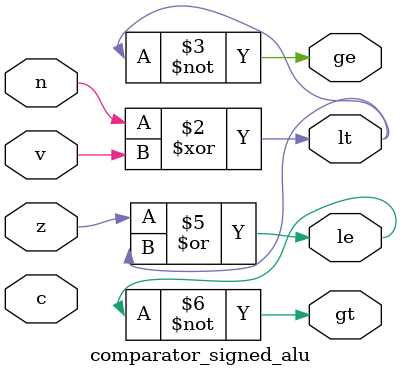
<source format=sv>
module comparator_parameter
#(parameter width = 8)
(
	input logic [width-1:0] a, b,
	output logic equal, unequal, 
	less_then, less_then_equal, 
	greater_then, greater_then_equal
);

	// An equality comparator produces a single output indicating whether A is
	// equal to B
	assign equal = (a == b);
	assign unequal = (a != b);
	
	// Magnitude comparison of signed numbers is usually done by computing
	// A-B and looking at the sign (most significant bit) of the result
	assign less_then = (a < b);
	assign less_then_equal = (a <= b);
	assign greater_then = (a > b);
	assign greater_then_equal = (a >= b);
	//	This comparator, however, functions incorrectly upon overflow
endmodule

/*
Note: this module can only work on unsigned numbers
*/

// N bit signed comparator 
module comparator_signed_parameter
#(parameter width = 8)
(
	input logic [width-1:0] a, b,
	output logic less_then
);
	logic [width-1:0] result;
	logic overflow, inverted_result_h;
	
	// use the subtractor
	assign result = a - b;
	
	assign inverted_result_h = ~result[width-1];
	
	assign overflow = (result[width-1] ^ a[width-1]) & (a[width-1] ^ b[width-1]);
	
	mux_2_input_parameter #(1) mux_2(result[width-1], inverted_result_h, overflow, less_then);
	
endmodule

// this comparator is used with ALU
module comparator_unsigned_alu
(
	// ALU  signals
	input logic n, z, c, v,
	// higher than or the same (hs), lower than or the same (ls), higher (hi), lower (lo)
	output logic hs, ls, hi, lo
);

	always_comb
		begin
			hs = c;
			ls = z | (~hs);
			hi = ~ls;
			lo = ~hs;
		end

endmodule

// his comparator is used with ALU
module comparator_signed_alu
(
	// ALU  signals
	input logic n, z, c, v,
	// greater than or equal (ge), less than or equal (le), greater than (gt), less than (lt)
	output logic ge, le, gt, lt
);

	always_comb
		begin
			ge = ~(n ^ v);
			le = z | (~ge);
			gt = ~le;
			lt = ~ge;
		end

endmodule


</source>
